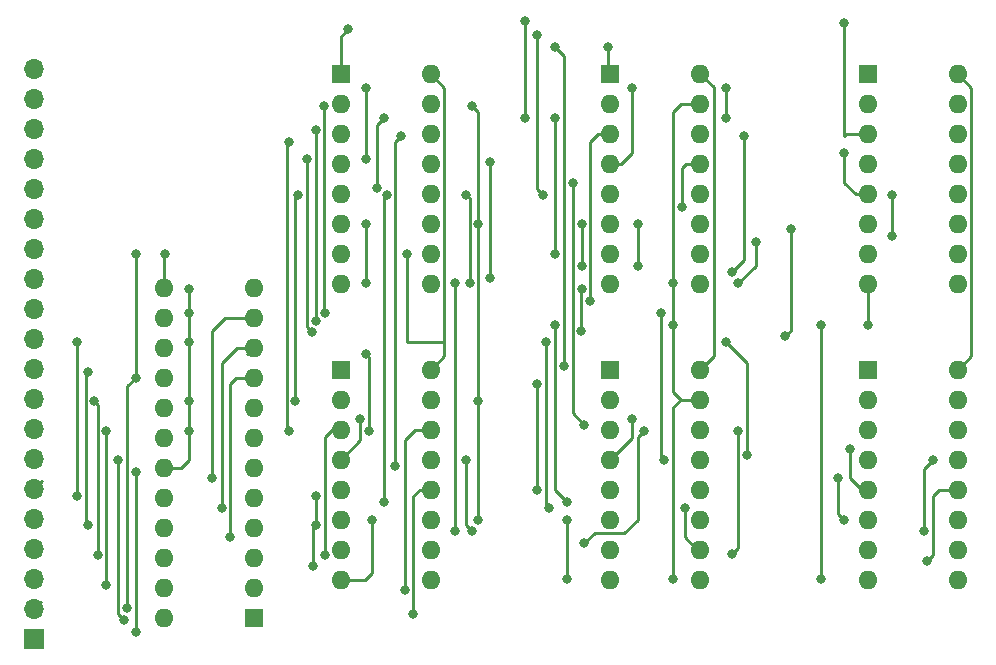
<source format=gbr>
%TF.GenerationSoftware,KiCad,Pcbnew,7.0.9*%
%TF.CreationDate,2024-01-29T12:05:15+11:00*%
%TF.ProjectId,rom-module,726f6d2d-6d6f-4647-956c-652e6b696361,rev?*%
%TF.SameCoordinates,Original*%
%TF.FileFunction,Copper,L2,Bot*%
%TF.FilePolarity,Positive*%
%FSLAX46Y46*%
G04 Gerber Fmt 4.6, Leading zero omitted, Abs format (unit mm)*
G04 Created by KiCad (PCBNEW 7.0.9) date 2024-01-29 12:05:15*
%MOMM*%
%LPD*%
G01*
G04 APERTURE LIST*
%TA.AperFunction,ComponentPad*%
%ADD10O,1.600000X1.600000*%
%TD*%
%TA.AperFunction,ComponentPad*%
%ADD11R,1.600000X1.600000*%
%TD*%
%TA.AperFunction,ComponentPad*%
%ADD12O,1.700000X1.700000*%
%TD*%
%TA.AperFunction,ComponentPad*%
%ADD13R,1.700000X1.700000*%
%TD*%
%TA.AperFunction,ViaPad*%
%ADD14C,0.800000*%
%TD*%
%TA.AperFunction,Conductor*%
%ADD15C,0.250000*%
%TD*%
G04 APERTURE END LIST*
D10*
%TO.P,U4,16,VCC*%
%TO.N,+5V*%
X139000000Y-74300000D03*
%TO.P,U4,15,B3*%
%TO.N,GND*%
X139000000Y-76840000D03*
%TO.P,U4,14,A3*%
%TO.N,Net-(AT28C1-A6)*%
X139000000Y-79380000D03*
%TO.P,U4,13,S3*%
%TO.N,Net-(U4-S3)*%
X139000000Y-81920000D03*
%TO.P,U4,12,A4*%
%TO.N,Net-(AT28C1-A7)*%
X139000000Y-84460000D03*
%TO.P,U4,11,B4*%
%TO.N,GND*%
X139000000Y-87000000D03*
%TO.P,U4,10,S4*%
%TO.N,Net-(U4-S4)*%
X139000000Y-89540000D03*
%TO.P,U4,9,C4*%
%TO.N,unconnected-(U4-C4-Pad9)*%
X139000000Y-92080000D03*
%TO.P,U4,8,GND*%
%TO.N,GND*%
X131380000Y-92080000D03*
%TO.P,U4,7,C0*%
%TO.N,Net-(U3-C4)*%
X131380000Y-89540000D03*
%TO.P,U4,6,B1*%
%TO.N,GND*%
X131380000Y-87000000D03*
%TO.P,U4,5,A1*%
%TO.N,Net-(AT28C1-A4)*%
X131380000Y-84460000D03*
%TO.P,U4,4,S1*%
%TO.N,Net-(U4-S1)*%
X131380000Y-81920000D03*
%TO.P,U4,3,A2*%
%TO.N,Net-(AT28C1-A5)*%
X131380000Y-79380000D03*
%TO.P,U4,2,B2*%
%TO.N,GND*%
X131380000Y-76840000D03*
D11*
%TO.P,U4,1,S2*%
%TO.N,Net-(U4-S2)*%
X131380000Y-74300000D03*
%TD*%
D10*
%TO.P,U6,16,VCC*%
%TO.N,+5V*%
X161820000Y-74300000D03*
%TO.P,U6,15,E*%
%TO.N,GND*%
X161820000Y-76840000D03*
%TO.P,U6,14,I0d*%
%TO.N,Net-(U4-S4)*%
X161820000Y-79380000D03*
%TO.P,U6,13,I1d*%
%TO.N,Net-(J1-Pin_19)*%
X161820000Y-81920000D03*
%TO.P,U6,12,Zd*%
%TO.N,Net-(U2-D3)*%
X161820000Y-84460000D03*
%TO.P,U6,11,I0c*%
%TO.N,Net-(U4-S3)*%
X161820000Y-87000000D03*
%TO.P,U6,10,I1c*%
%TO.N,Net-(J1-Pin_18)*%
X161820000Y-89540000D03*
%TO.P,U6,9,Zc*%
%TO.N,Net-(U2-D2)*%
X161820000Y-92080000D03*
%TO.P,U6,8,GND*%
%TO.N,GND*%
X154200000Y-92080000D03*
%TO.P,U6,7,Zb*%
%TO.N,Net-(U2-D1)*%
X154200000Y-89540000D03*
%TO.P,U6,6,I1b*%
%TO.N,Net-(J1-Pin_17)*%
X154200000Y-87000000D03*
%TO.P,U6,5,I0b*%
%TO.N,Net-(U4-S2)*%
X154200000Y-84460000D03*
%TO.P,U6,4,Za*%
%TO.N,Net-(U2-D0)*%
X154200000Y-81920000D03*
%TO.P,U6,3,I1a*%
%TO.N,Net-(J1-Pin_16)*%
X154200000Y-79380000D03*
%TO.P,U6,2,I0a*%
%TO.N,Net-(U4-S1)*%
X154200000Y-76840000D03*
D11*
%TO.P,U6,1,S*%
%TO.N,br_en*%
X154200000Y-74300000D03*
%TD*%
D10*
%TO.P,U5,16,VCC*%
%TO.N,+5V*%
X161820000Y-49260000D03*
%TO.P,U5,15,E*%
%TO.N,GND*%
X161820000Y-51800000D03*
%TO.P,U5,14,I0d*%
%TO.N,Net-(U3-S4)*%
X161820000Y-54340000D03*
%TO.P,U5,13,I1d*%
%TO.N,Net-(J1-Pin_15)*%
X161820000Y-56880000D03*
%TO.P,U5,12,Zd*%
%TO.N,Net-(U1-D3)*%
X161820000Y-59420000D03*
%TO.P,U5,11,I0c*%
%TO.N,Net-(U3-S3)*%
X161820000Y-61960000D03*
%TO.P,U5,10,I1c*%
%TO.N,Net-(J1-Pin_14)*%
X161820000Y-64500000D03*
%TO.P,U5,9,Zc*%
%TO.N,Net-(U1-D2)*%
X161820000Y-67040000D03*
%TO.P,U5,8,GND*%
%TO.N,GND*%
X154200000Y-67040000D03*
%TO.P,U5,7,Zb*%
%TO.N,Net-(U1-D1)*%
X154200000Y-64500000D03*
%TO.P,U5,6,I1b*%
%TO.N,Net-(J1-Pin_13)*%
X154200000Y-61960000D03*
%TO.P,U5,5,I0b*%
%TO.N,Net-(U3-S2)*%
X154200000Y-59420000D03*
%TO.P,U5,4,Za*%
%TO.N,Net-(U1-D0)*%
X154200000Y-56880000D03*
%TO.P,U5,3,I1a*%
%TO.N,Net-(J1-Pin_12)*%
X154200000Y-54340000D03*
%TO.P,U5,2,I0a*%
%TO.N,Net-(U3-S1)*%
X154200000Y-51800000D03*
D11*
%TO.P,U5,1,S*%
%TO.N,br_en*%
X154200000Y-49260000D03*
%TD*%
D10*
%TO.P,U3,16,VCC*%
%TO.N,+5V*%
X139000000Y-49300000D03*
%TO.P,U3,15,B3*%
%TO.N,GND*%
X139000000Y-51840000D03*
%TO.P,U3,14,A3*%
%TO.N,Net-(AT28C1-A2)*%
X139000000Y-54380000D03*
%TO.P,U3,13,S3*%
%TO.N,Net-(U3-S3)*%
X139000000Y-56920000D03*
%TO.P,U3,12,A4*%
%TO.N,Net-(AT28C1-A3)*%
X139000000Y-59460000D03*
%TO.P,U3,11,B4*%
%TO.N,GND*%
X139000000Y-62000000D03*
%TO.P,U3,10,S4*%
%TO.N,Net-(U3-S4)*%
X139000000Y-64540000D03*
%TO.P,U3,9,C4*%
%TO.N,Net-(U3-C4)*%
X139000000Y-67080000D03*
%TO.P,U3,8,GND*%
%TO.N,GND*%
X131380000Y-67080000D03*
%TO.P,U3,7,C0*%
%TO.N,+5V*%
X131380000Y-64540000D03*
%TO.P,U3,6,B1*%
%TO.N,GND*%
X131380000Y-62000000D03*
%TO.P,U3,5,A1*%
%TO.N,Net-(AT28C1-A0)*%
X131380000Y-59460000D03*
%TO.P,U3,4,S1*%
%TO.N,Net-(U3-S1)*%
X131380000Y-56920000D03*
%TO.P,U3,3,A2*%
%TO.N,Net-(AT28C1-A1)*%
X131380000Y-54380000D03*
%TO.P,U3,2,B2*%
%TO.N,GND*%
X131380000Y-51840000D03*
D11*
%TO.P,U3,1,S2*%
%TO.N,Net-(U3-S2)*%
X131380000Y-49300000D03*
%TD*%
D10*
%TO.P,U2,16,VCC*%
%TO.N,+5V*%
X183620000Y-74300000D03*
%TO.P,U2,15,Mr*%
%TO.N,unconnected-(U2-Mr-Pad15)*%
X183620000Y-76840000D03*
%TO.P,U2,14,D0*%
%TO.N,Net-(U2-D0)*%
X183620000Y-79380000D03*
%TO.P,U2,13,D1*%
%TO.N,Net-(U2-D1)*%
X183620000Y-81920000D03*
%TO.P,U2,12,D2*%
%TO.N,Net-(U2-D2)*%
X183620000Y-84460000D03*
%TO.P,U2,11,D3*%
%TO.N,Net-(U2-D3)*%
X183620000Y-87000000D03*
%TO.P,U2,10,E2*%
%TO.N,unconnected-(U2-E2-Pad10)*%
X183620000Y-89540000D03*
%TO.P,U2,9,E1*%
%TO.N,unconnected-(U2-E1-Pad9)*%
X183620000Y-92080000D03*
%TO.P,U2,8,GND*%
%TO.N,GND*%
X176000000Y-92080000D03*
%TO.P,U2,7,Cp*%
%TO.N,unconnected-(U2-Cp-Pad7)*%
X176000000Y-89540000D03*
%TO.P,U2,6,Q3*%
%TO.N,Net-(AT28C1-A7)*%
X176000000Y-87000000D03*
%TO.P,U2,5,Q2*%
%TO.N,Net-(AT28C1-A6)*%
X176000000Y-84460000D03*
%TO.P,U2,4,Q1*%
%TO.N,Net-(AT28C1-A5)*%
X176000000Y-81920000D03*
%TO.P,U2,3,Q0*%
%TO.N,Net-(AT28C1-A4)*%
X176000000Y-79380000D03*
%TO.P,U2,2,Oe2*%
%TO.N,unconnected-(U2-Oe2-Pad2)*%
X176000000Y-76840000D03*
D11*
%TO.P,U2,1,Oe1*%
%TO.N,unconnected-(U2-Oe1-Pad1)*%
X176000000Y-74300000D03*
%TD*%
D10*
%TO.P,U1,16,VCC*%
%TO.N,+5V*%
X183620000Y-49300000D03*
%TO.P,U1,15,Mr*%
%TO.N,unconnected-(U1-Mr-Pad15)*%
X183620000Y-51840000D03*
%TO.P,U1,14,D0*%
%TO.N,Net-(U1-D0)*%
X183620000Y-54380000D03*
%TO.P,U1,13,D1*%
%TO.N,Net-(U1-D1)*%
X183620000Y-56920000D03*
%TO.P,U1,12,D2*%
%TO.N,Net-(U1-D2)*%
X183620000Y-59460000D03*
%TO.P,U1,11,D3*%
%TO.N,Net-(U1-D3)*%
X183620000Y-62000000D03*
%TO.P,U1,10,E2*%
%TO.N,unconnected-(U1-E2-Pad10)*%
X183620000Y-64540000D03*
%TO.P,U1,9,E1*%
%TO.N,unconnected-(U1-E1-Pad9)*%
X183620000Y-67080000D03*
%TO.P,U1,8,GND*%
%TO.N,GND*%
X176000000Y-67080000D03*
%TO.P,U1,7,Cp*%
%TO.N,unconnected-(U1-Cp-Pad7)*%
X176000000Y-64540000D03*
%TO.P,U1,6,Q3*%
%TO.N,Net-(AT28C1-A3)*%
X176000000Y-62000000D03*
%TO.P,U1,5,Q2*%
%TO.N,Net-(AT28C1-A2)*%
X176000000Y-59460000D03*
%TO.P,U1,4,Q1*%
%TO.N,Net-(AT28C1-A1)*%
X176000000Y-56920000D03*
%TO.P,U1,3,Q0*%
%TO.N,Net-(AT28C1-A0)*%
X176000000Y-54380000D03*
%TO.P,U1,2,Oe2*%
%TO.N,unconnected-(U1-Oe2-Pad2)*%
X176000000Y-51840000D03*
D11*
%TO.P,U1,1,Oe1*%
%TO.N,unconnected-(U1-Oe1-Pad1)*%
X176000000Y-49300000D03*
%TD*%
D12*
%TO.P,J1,20,Pin_20*%
%TO.N,br_en*%
X105375000Y-48865000D03*
%TO.P,J1,19,Pin_19*%
%TO.N,Net-(J1-Pin_19)*%
X105375000Y-51405000D03*
%TO.P,J1,18,Pin_18*%
%TO.N,Net-(J1-Pin_18)*%
X105375000Y-53945000D03*
%TO.P,J1,17,Pin_17*%
%TO.N,Net-(J1-Pin_17)*%
X105375000Y-56485000D03*
%TO.P,J1,16,Pin_16*%
%TO.N,Net-(J1-Pin_16)*%
X105375000Y-59025000D03*
%TO.P,J1,15,Pin_15*%
%TO.N,Net-(J1-Pin_15)*%
X105375000Y-61565000D03*
%TO.P,J1,14,Pin_14*%
%TO.N,Net-(J1-Pin_14)*%
X105375000Y-64105000D03*
%TO.P,J1,13,Pin_13*%
%TO.N,Net-(J1-Pin_13)*%
X105375000Y-66645000D03*
%TO.P,J1,12,Pin_12*%
%TO.N,Net-(J1-Pin_12)*%
X105375000Y-69185000D03*
%TO.P,J1,11,Pin_11*%
%TO.N,Net-(AT28C1-IO7)*%
X105375000Y-71725000D03*
%TO.P,J1,10,Pin_10*%
%TO.N,Net-(AT28C1-IO6)*%
X105375000Y-74265000D03*
%TO.P,J1,9,Pin_9*%
%TO.N,Net-(AT28C1-IO5)*%
X105375000Y-76805000D03*
%TO.P,J1,8,Pin_8*%
%TO.N,Net-(AT28C1-IO4)*%
X105375000Y-79345000D03*
%TO.P,J1,7,Pin_7*%
%TO.N,Net-(AT28C1-IO3)*%
X105375000Y-81885000D03*
%TO.P,J1,6,Pin_6*%
%TO.N,Net-(AT28C1-IO2)*%
X105375000Y-84425000D03*
%TO.P,J1,5,Pin_5*%
%TO.N,Net-(AT28C1-IO1)*%
X105375000Y-86965000D03*
%TO.P,J1,4,Pin_4*%
%TO.N,Net-(AT28C1-IO0)*%
X105375000Y-89505000D03*
%TO.P,J1,3,Pin_3*%
%TO.N,clk*%
X105375000Y-92045000D03*
%TO.P,J1,2,Pin_2*%
%TO.N,+5V*%
X105375000Y-94585000D03*
D13*
%TO.P,J1,1,Pin_1*%
%TO.N,GND*%
X105375000Y-97125000D03*
%TD*%
D10*
%TO.P,AT28C1,24,IO3*%
%TO.N,Net-(AT28C1-IO3)*%
X116380000Y-95320000D03*
%TO.P,AT28C1,23,IO4*%
%TO.N,Net-(AT28C1-IO4)*%
X116380000Y-92780000D03*
%TO.P,AT28C1,22,IO5*%
%TO.N,Net-(AT28C1-IO5)*%
X116380000Y-90240000D03*
%TO.P,AT28C1,21,IO6*%
%TO.N,Net-(AT28C1-IO6)*%
X116380000Y-87700000D03*
%TO.P,AT28C1,20,IO7*%
%TO.N,Net-(AT28C1-IO7)*%
X116380000Y-85160000D03*
%TO.P,AT28C1,19,!CE*%
%TO.N,GND*%
X116380000Y-82620000D03*
%TO.P,AT28C1,18,A10*%
X116380000Y-80080000D03*
%TO.P,AT28C1,17,!OE*%
X116380000Y-77540000D03*
%TO.P,AT28C1,16,!WE*%
%TO.N,+5V*%
X116380000Y-75000000D03*
%TO.P,AT28C1,15,A9*%
%TO.N,GND*%
X116380000Y-72460000D03*
%TO.P,AT28C1,14,A8*%
X116380000Y-69920000D03*
%TO.P,AT28C1,13,VCC*%
%TO.N,+5V*%
X116380000Y-67380000D03*
%TO.P,AT28C1,12,GND*%
%TO.N,GND*%
X124000000Y-67380000D03*
%TO.P,AT28C1,11,IO2*%
%TO.N,Net-(AT28C1-IO2)*%
X124000000Y-69920000D03*
%TO.P,AT28C1,10,IO1*%
%TO.N,Net-(AT28C1-IO1)*%
X124000000Y-72460000D03*
%TO.P,AT28C1,9,IO0*%
%TO.N,Net-(AT28C1-IO0)*%
X124000000Y-75000000D03*
%TO.P,AT28C1,8,A0*%
%TO.N,Net-(AT28C1-A0)*%
X124000000Y-77540000D03*
%TO.P,AT28C1,7,A1*%
%TO.N,Net-(AT28C1-A1)*%
X124000000Y-80080000D03*
%TO.P,AT28C1,6,A2*%
%TO.N,Net-(AT28C1-A2)*%
X124000000Y-82620000D03*
%TO.P,AT28C1,5,A3*%
%TO.N,Net-(AT28C1-A3)*%
X124000000Y-85160000D03*
%TO.P,AT28C1,4,A4*%
%TO.N,Net-(AT28C1-A4)*%
X124000000Y-87700000D03*
%TO.P,AT28C1,3,A5*%
%TO.N,Net-(AT28C1-A5)*%
X124000000Y-90240000D03*
%TO.P,AT28C1,2,A6*%
%TO.N,Net-(AT28C1-A6)*%
X124000000Y-92780000D03*
D11*
%TO.P,AT28C1,1,A7*%
%TO.N,Net-(AT28C1-A7)*%
X124000000Y-95320000D03*
%TD*%
D14*
%TO.N,+5V*%
X137000000Y-64500000D03*
%TO.N,GND*%
X133500000Y-67000000D03*
X133500000Y-62000000D03*
%TO.N,Net-(U3-C4)*%
X141000000Y-67000000D03*
X141000000Y-88000000D03*
%TO.N,+5V*%
X114000000Y-64500000D03*
X116500000Y-64500000D03*
%TO.N,Net-(U4-S2)*%
X148000000Y-84500000D03*
X148000000Y-75500000D03*
%TO.N,Net-(AT28C1-A3)*%
X151775500Y-67500000D03*
X142000000Y-59500000D03*
X151724500Y-71000000D03*
X142275500Y-67000000D03*
X169000000Y-71500000D03*
X169500000Y-62400500D03*
%TO.N,Net-(AT28C1-A5)*%
X165724500Y-81500000D03*
X164000000Y-72000000D03*
X133724500Y-79500000D03*
X133500000Y-73000000D03*
%TO.N,Net-(U1-D2)*%
X178000000Y-63000000D03*
X166500000Y-63500000D03*
X165000000Y-67000000D03*
X178000000Y-59500000D03*
%TO.N,Net-(U1-D1)*%
X164500000Y-66000000D03*
X165500000Y-54500000D03*
%TO.N,Net-(AT28C1-A0)*%
X134435462Y-58958390D03*
X147000000Y-44775500D03*
X174000000Y-45000000D03*
X135000000Y-53000000D03*
X147000000Y-53000000D03*
%TO.N,Net-(U3-S3)*%
X144000000Y-66519500D03*
X156500000Y-62000000D03*
X156500000Y-65500000D03*
X144000000Y-56726000D03*
%TO.N,Net-(U3-S2)*%
X148500000Y-59500000D03*
X132000000Y-45500000D03*
X148000000Y-46000000D03*
%TO.N,Net-(U3-S1)*%
X133500000Y-56500000D03*
X133500000Y-50500000D03*
%TO.N,Net-(U1-D0)*%
X156000000Y-50500000D03*
X164000000Y-50500000D03*
X164000000Y-53000000D03*
%TO.N,Net-(AT28C1-A2)*%
X174000000Y-56000000D03*
%TO.N,Net-(U3-S4)*%
X149500000Y-53000000D03*
X149500000Y-64500000D03*
%TO.N,Net-(U4-S1)*%
X133000000Y-78500000D03*
%TO.N,Net-(U4-S4)*%
X152000000Y-89000000D03*
X157000000Y-79500000D03*
%TO.N,Net-(AT28C1-A4)*%
X129000000Y-90964500D03*
X165000000Y-79500000D03*
X164500000Y-89940500D03*
%TO.N,Net-(U2-D0)*%
X156000000Y-78500000D03*
%TO.N,Net-(U2-D1)*%
X181500000Y-82000000D03*
X180775500Y-88000000D03*
%TO.N,Net-(U2-D2)*%
X181000000Y-90500000D03*
%TO.N,Net-(AT28C1-A7)*%
X174000000Y-87000000D03*
X173500000Y-83500000D03*
%TO.N,Net-(U4-S3)*%
X142500000Y-88000000D03*
X142000000Y-82000000D03*
%TO.N,Net-(AT28C1-A6)*%
X174500000Y-81000000D03*
%TO.N,Net-(AT28C1-A1)*%
X127000000Y-55000000D03*
X127000000Y-79500000D03*
%TO.N,Net-(AT28C1-A0)*%
X127775500Y-59500000D03*
X127500000Y-77000000D03*
%TO.N,Net-(AT28C1-A3)*%
X135275500Y-59500000D03*
X135000000Y-85500000D03*
%TO.N,Net-(AT28C1-A2)*%
X136500000Y-54500000D03*
X136000000Y-82500000D03*
%TO.N,Net-(J1-Pin_17)*%
X149000000Y-86000000D03*
X128946675Y-71144249D03*
X128500000Y-56500000D03*
X148775500Y-72000000D03*
%TO.N,Net-(J1-Pin_18)*%
X150500000Y-85500000D03*
X149500000Y-70500000D03*
X129265310Y-54000000D03*
X129293245Y-70206755D03*
X160500000Y-86000000D03*
%TO.N,Net-(J1-Pin_19)*%
X158775500Y-82000000D03*
X129989810Y-52001181D03*
X130000000Y-69500000D03*
X158500000Y-69500000D03*
%TO.N,br_en*%
X150275500Y-74000000D03*
X149500000Y-47000000D03*
X154000000Y-47000000D03*
%TO.N,Net-(J1-Pin_16)*%
X151000000Y-58500000D03*
X152000000Y-79000000D03*
%TO.N,Net-(J1-Pin_15)*%
X160224500Y-60500000D03*
%TO.N,Net-(J1-Pin_13)*%
X151775500Y-62000000D03*
X151775500Y-65500000D03*
%TO.N,Net-(J1-Pin_12)*%
X152500000Y-68500000D03*
%TO.N,Net-(AT28C1-A4)*%
X129275500Y-85000000D03*
X129275500Y-87500000D03*
%TO.N,Net-(AT28C1-A5)*%
X130000000Y-90000000D03*
%TO.N,Net-(AT28C1-A6)*%
X136775500Y-93000000D03*
%TO.N,Net-(AT28C1-A7)*%
X137500000Y-95000000D03*
%TO.N,Net-(AT28C1-IO7)*%
X109000000Y-85000000D03*
X109000000Y-72000000D03*
%TO.N,Net-(AT28C1-IO6)*%
X110000000Y-87500000D03*
X110000000Y-74500000D03*
%TO.N,Net-(AT28C1-IO5)*%
X110500000Y-77000000D03*
X110775500Y-90000000D03*
%TO.N,Net-(AT28C1-IO4)*%
X111500000Y-92500000D03*
X111500000Y-79500000D03*
%TO.N,Net-(AT28C1-IO3)*%
X113000000Y-95500000D03*
X112500000Y-82000000D03*
%TO.N,Net-(AT28C1-IO2)*%
X120500000Y-83500000D03*
%TO.N,Net-(AT28C1-IO1)*%
X121275500Y-86000000D03*
%TO.N,Net-(AT28C1-IO0)*%
X122000000Y-88500000D03*
%TO.N,+5V*%
X114000000Y-75000000D03*
X113275500Y-94500000D03*
%TO.N,GND*%
X114000000Y-96500000D03*
X114000000Y-83000000D03*
X134000000Y-87000000D03*
X118500000Y-69500000D03*
X118500000Y-72000000D03*
X118500000Y-77000000D03*
X118500000Y-79500000D03*
X118500000Y-67500000D03*
X142500000Y-52000000D03*
X143000000Y-62000000D03*
X143000000Y-77000000D03*
X143000000Y-87000000D03*
X172000000Y-92000000D03*
X172000000Y-70500000D03*
X176000000Y-70500000D03*
X159500000Y-70500000D03*
X159500000Y-67000000D03*
X159500000Y-92000000D03*
X150500000Y-87000000D03*
X150500000Y-92000000D03*
%TD*%
D15*
%TO.N,+5V*%
X137000000Y-64500000D02*
X137000000Y-72000000D01*
X140125000Y-50425000D02*
X140125000Y-72000000D01*
X140125000Y-72000000D02*
X140125000Y-73175000D01*
X137000000Y-72000000D02*
X140125000Y-72000000D01*
%TO.N,GND*%
X133500000Y-67000000D02*
X133500000Y-62000000D01*
%TO.N,Net-(U3-C4)*%
X141000000Y-88000000D02*
X141000000Y-67000000D01*
%TO.N,+5V*%
X114000000Y-64500000D02*
X114000000Y-75000000D01*
X116500000Y-64500000D02*
X116380000Y-64620000D01*
X116380000Y-64620000D02*
X116380000Y-67380000D01*
%TO.N,Net-(U4-S2)*%
X148000000Y-75500000D02*
X148000000Y-84500000D01*
%TO.N,Net-(AT28C1-A3)*%
X142275500Y-59775500D02*
X142000000Y-59500000D01*
X142275500Y-67000000D02*
X142275500Y-59775500D01*
X151724500Y-67551000D02*
X151775500Y-67500000D01*
X169500000Y-62400500D02*
X169500000Y-71000000D01*
X151724500Y-71000000D02*
X151724500Y-67551000D01*
X169500000Y-71000000D02*
X169000000Y-71500000D01*
%TO.N,Net-(AT28C1-A5)*%
X133725000Y-73225000D02*
X133725000Y-79499500D01*
X133500000Y-73000000D02*
X133725000Y-73225000D01*
X165724500Y-73724500D02*
X164000000Y-72000000D01*
X165724500Y-81500000D02*
X165724500Y-73724500D01*
X133725000Y-79499500D02*
X133724500Y-79500000D01*
%TO.N,Net-(U1-D2)*%
X166500000Y-63500000D02*
X166500000Y-65500000D01*
X166500000Y-65500000D02*
X165000000Y-67000000D01*
X178000000Y-59500000D02*
X178000000Y-63000000D01*
%TO.N,Net-(U1-D1)*%
X165500000Y-65000000D02*
X164500000Y-66000000D01*
X165500000Y-54500000D02*
X165500000Y-65000000D01*
%TO.N,Net-(AT28C1-A0)*%
X174000000Y-45000000D02*
X174000000Y-54500000D01*
X134435462Y-53564538D02*
X135000000Y-53000000D01*
X147000000Y-53000000D02*
X147000000Y-44775500D01*
X134435462Y-58958390D02*
X134435462Y-53564538D01*
X174120000Y-54380000D02*
X176000000Y-54380000D01*
X174000000Y-54500000D02*
X174120000Y-54380000D01*
%TO.N,Net-(U3-S3)*%
X156500000Y-62000000D02*
X156500000Y-65500000D01*
X144000000Y-66519500D02*
X144000000Y-56726000D01*
%TO.N,Net-(U3-S2)*%
X131380000Y-46120000D02*
X132000000Y-45500000D01*
X148000000Y-59000000D02*
X148500000Y-59500000D01*
X131380000Y-49300000D02*
X131380000Y-46120000D01*
X148000000Y-46000000D02*
X148000000Y-59000000D01*
%TO.N,Net-(U3-S1)*%
X133500000Y-50500000D02*
X133500000Y-56500000D01*
%TO.N,Net-(U1-D0)*%
X164000000Y-53000000D02*
X164000000Y-50500000D01*
X156000000Y-50500000D02*
X156000000Y-56000000D01*
X156000000Y-56000000D02*
X155120000Y-56880000D01*
X155120000Y-56880000D02*
X154200000Y-56880000D01*
%TO.N,Net-(AT28C1-A2)*%
X174000000Y-56000000D02*
X174000000Y-58500000D01*
X174000000Y-58500000D02*
X174960000Y-59460000D01*
X174960000Y-59460000D02*
X176000000Y-59460000D01*
%TO.N,Net-(U3-S4)*%
X149500000Y-64500000D02*
X149500000Y-53000000D01*
%TO.N,Net-(U4-S1)*%
X133000000Y-80300000D02*
X131380000Y-81920000D01*
X133000000Y-78500000D02*
X133000000Y-80300000D01*
%TO.N,Net-(U4-S4)*%
X156500000Y-80000000D02*
X157000000Y-79500000D01*
X156500000Y-87000000D02*
X156500000Y-80000000D01*
X152000000Y-89000000D02*
X152875000Y-88125000D01*
X152875000Y-88125000D02*
X155375000Y-88125000D01*
X155375000Y-88125000D02*
X156500000Y-87000000D01*
%TO.N,Net-(AT28C1-A4)*%
X165000000Y-89440500D02*
X164500000Y-89940500D01*
X165000000Y-79500000D02*
X165000000Y-89440500D01*
X129000000Y-90964500D02*
X129000000Y-87775500D01*
X129000000Y-87775500D02*
X129275500Y-87500000D01*
%TO.N,Net-(U2-D0)*%
X156000000Y-78500000D02*
X156000000Y-80120000D01*
X156000000Y-80120000D02*
X154200000Y-81920000D01*
%TO.N,Net-(U2-D1)*%
X180775500Y-88000000D02*
X180775500Y-82724500D01*
X180775500Y-82724500D02*
X181500000Y-82000000D01*
%TO.N,Net-(U2-D2)*%
X181500000Y-90000000D02*
X181000000Y-90500000D01*
X183620000Y-84460000D02*
X182040000Y-84460000D01*
X181500000Y-85000000D02*
X181500000Y-90000000D01*
X182040000Y-84460000D02*
X181500000Y-85000000D01*
%TO.N,Net-(AT28C1-A7)*%
X173500000Y-83500000D02*
X173500000Y-86500000D01*
X173500000Y-86500000D02*
X174000000Y-87000000D01*
%TO.N,Net-(U4-S3)*%
X142000000Y-87500000D02*
X142000000Y-82000000D01*
X142500000Y-88000000D02*
X142000000Y-87500000D01*
%TO.N,Net-(AT28C1-A6)*%
X174500000Y-83500000D02*
X175460000Y-84460000D01*
X175460000Y-84460000D02*
X176000000Y-84460000D01*
X174500000Y-81000000D02*
X174500000Y-83500000D01*
%TO.N,Net-(AT28C1-A1)*%
X126775000Y-55225000D02*
X127000000Y-55000000D01*
X126775000Y-79275000D02*
X126775000Y-55225000D01*
X127000000Y-79500000D02*
X126775000Y-79275000D01*
%TO.N,Net-(AT28C1-A0)*%
X127500000Y-77000000D02*
X127500000Y-59775500D01*
X127500000Y-59775500D02*
X127775500Y-59500000D01*
%TO.N,Net-(AT28C1-A3)*%
X135000000Y-59775500D02*
X135275500Y-59500000D01*
X135000000Y-85500000D02*
X135000000Y-59775500D01*
%TO.N,Net-(AT28C1-A2)*%
X136000000Y-55000000D02*
X136500000Y-54500000D01*
X136000000Y-82500000D02*
X136000000Y-55000000D01*
%TO.N,Net-(J1-Pin_17)*%
X128500000Y-70697574D02*
X128946675Y-71144249D01*
X148775500Y-72000000D02*
X148775500Y-85775500D01*
X148775500Y-85775500D02*
X149000000Y-86000000D01*
X128500000Y-56500000D02*
X128500000Y-70697574D01*
%TO.N,Net-(J1-Pin_18)*%
X160500000Y-86000000D02*
X160500000Y-88500000D01*
X160500000Y-88500000D02*
X161540000Y-89540000D01*
X161540000Y-89540000D02*
X161820000Y-89540000D01*
X129265310Y-54000000D02*
X129265310Y-70178820D01*
X129265310Y-70178820D02*
X129293245Y-70206755D01*
X149500000Y-70500000D02*
X149500000Y-84500000D01*
X149500000Y-84500000D02*
X150500000Y-85500000D01*
%TO.N,Net-(J1-Pin_19)*%
X158500000Y-69500000D02*
X158500000Y-81724500D01*
X129989810Y-69489810D02*
X130000000Y-69500000D01*
X158500000Y-81724500D02*
X158775500Y-82000000D01*
X129989810Y-52001181D02*
X129989810Y-69489810D01*
%TO.N,br_en*%
X150275500Y-74000000D02*
X150275500Y-47775500D01*
X150275500Y-47775500D02*
X149500000Y-47000000D01*
X154000000Y-47000000D02*
X154000000Y-49060000D01*
X154000000Y-49060000D02*
X154200000Y-49260000D01*
%TO.N,Net-(J1-Pin_16)*%
X151000000Y-78000000D02*
X152000000Y-79000000D01*
X151000000Y-58500000D02*
X151000000Y-78000000D01*
%TO.N,Net-(J1-Pin_15)*%
X160224500Y-57275500D02*
X160620000Y-56880000D01*
X160224500Y-60500000D02*
X160224500Y-57275500D01*
X160620000Y-56880000D02*
X161820000Y-56880000D01*
%TO.N,Net-(J1-Pin_13)*%
X151775500Y-65500000D02*
X151775500Y-62000000D01*
%TO.N,Net-(J1-Pin_12)*%
X152500000Y-68500000D02*
X152500000Y-55000000D01*
X152500000Y-55000000D02*
X153160000Y-54340000D01*
X153160000Y-54340000D02*
X154200000Y-54340000D01*
%TO.N,Net-(AT28C1-A4)*%
X129275500Y-87500000D02*
X129275500Y-85000000D01*
%TO.N,Net-(AT28C1-A5)*%
X130000000Y-90000000D02*
X130000000Y-80000000D01*
X130000000Y-80000000D02*
X130620000Y-79380000D01*
X130620000Y-79380000D02*
X131380000Y-79380000D01*
%TO.N,Net-(AT28C1-A6)*%
X137620000Y-79380000D02*
X139000000Y-79380000D01*
X136775500Y-93000000D02*
X136775500Y-80224500D01*
X136775500Y-80224500D02*
X137620000Y-79380000D01*
%TO.N,Net-(AT28C1-A7)*%
X137500000Y-95000000D02*
X137500000Y-85000000D01*
X137500000Y-85000000D02*
X138040000Y-84460000D01*
X138040000Y-84460000D02*
X139000000Y-84460000D01*
%TO.N,Net-(AT28C1-IO7)*%
X109000000Y-72000000D02*
X109000000Y-85000000D01*
%TO.N,Net-(AT28C1-IO6)*%
X109775000Y-74725000D02*
X109775000Y-87275000D01*
X109775000Y-87275000D02*
X110000000Y-87500000D01*
X110000000Y-74500000D02*
X109775000Y-74725000D01*
%TO.N,Net-(AT28C1-IO5)*%
X110775500Y-77275500D02*
X110500000Y-77000000D01*
X110775500Y-90000000D02*
X110775500Y-77275500D01*
%TO.N,Net-(AT28C1-IO4)*%
X111500000Y-79500000D02*
X111500000Y-92500000D01*
%TO.N,Net-(AT28C1-IO3)*%
X112500000Y-82000000D02*
X112500000Y-95000000D01*
X112500000Y-95000000D02*
X113000000Y-95500000D01*
%TO.N,Net-(AT28C1-IO2)*%
X120500000Y-83500000D02*
X120500000Y-71000000D01*
X121580000Y-69920000D02*
X124000000Y-69920000D01*
X120500000Y-71000000D02*
X121580000Y-69920000D01*
%TO.N,Net-(AT28C1-IO1)*%
X121275500Y-86000000D02*
X121275500Y-73724500D01*
X121275500Y-73724500D02*
X122540000Y-72460000D01*
X122540000Y-72460000D02*
X124000000Y-72460000D01*
%TO.N,Net-(AT28C1-IO0)*%
X122000000Y-75500000D02*
X122500000Y-75000000D01*
X122500000Y-75000000D02*
X124000000Y-75000000D01*
X122000000Y-88500000D02*
X122000000Y-75500000D01*
%TO.N,+5V*%
X113275500Y-75724500D02*
X114000000Y-75000000D01*
X113275500Y-94500000D02*
X113275500Y-75724500D01*
%TO.N,GND*%
X114000000Y-96500000D02*
X114000000Y-83000000D01*
%TO.N,Net-(AT28C1-IO2)*%
X105375000Y-84425000D02*
X106055000Y-83745000D01*
%TO.N,Net-(AT28C1-IO1)*%
X105375000Y-86965000D02*
X105765000Y-86575000D01*
X123460000Y-73000000D02*
X124000000Y-72460000D01*
%TO.N,Net-(AT28C1-IO0)*%
X105375000Y-89505000D02*
X105880000Y-89000000D01*
%TO.N,+5V*%
X105375000Y-94585000D02*
X105960000Y-94000000D01*
%TO.N,GND*%
X134000000Y-87000000D02*
X134000000Y-91500000D01*
X134000000Y-91500000D02*
X133420000Y-92080000D01*
X133420000Y-92080000D02*
X131380000Y-92080000D01*
X118500000Y-67500000D02*
X118500000Y-69500000D01*
X118500000Y-69500000D02*
X118500000Y-72000000D01*
X118500000Y-72000000D02*
X118500000Y-77000000D01*
X118500000Y-77000000D02*
X118500000Y-79500000D01*
X118500000Y-79500000D02*
X118500000Y-82000000D01*
X117880000Y-82620000D02*
X116380000Y-82620000D01*
X118500000Y-82000000D02*
X117880000Y-82620000D01*
X143000000Y-52500000D02*
X142500000Y-52000000D01*
X143000000Y-62000000D02*
X143000000Y-52500000D01*
X143000000Y-77000000D02*
X143000000Y-62000000D01*
X143000000Y-87000000D02*
X143000000Y-77000000D01*
X172000000Y-70500000D02*
X172000000Y-92000000D01*
X176000000Y-70500000D02*
X176000000Y-67080000D01*
X159500000Y-67000000D02*
X159500000Y-70500000D01*
X160160000Y-76840000D02*
X159500000Y-76180000D01*
X159500000Y-76180000D02*
X159500000Y-70500000D01*
X159500000Y-67000000D02*
X159500000Y-52500000D01*
X159500000Y-52500000D02*
X160200000Y-51800000D01*
X160200000Y-51800000D02*
X161820000Y-51800000D01*
X159500000Y-77500000D02*
X160160000Y-76840000D01*
X159500000Y-92000000D02*
X159500000Y-77500000D01*
X160160000Y-76840000D02*
X161820000Y-76840000D01*
X150500000Y-87000000D02*
X150500000Y-92000000D01*
%TO.N,+5V*%
X183620000Y-49300000D02*
X184745000Y-50425000D01*
X184745000Y-50425000D02*
X184745000Y-73175000D01*
X184745000Y-73175000D02*
X183620000Y-74300000D01*
X161820000Y-49260000D02*
X162945000Y-50385000D01*
X162945000Y-50385000D02*
X162945000Y-73175000D01*
X162945000Y-73175000D02*
X161820000Y-74300000D01*
X139000000Y-49300000D02*
X140125000Y-50425000D01*
X140125000Y-73175000D02*
X139000000Y-74300000D01*
%TD*%
M02*

</source>
